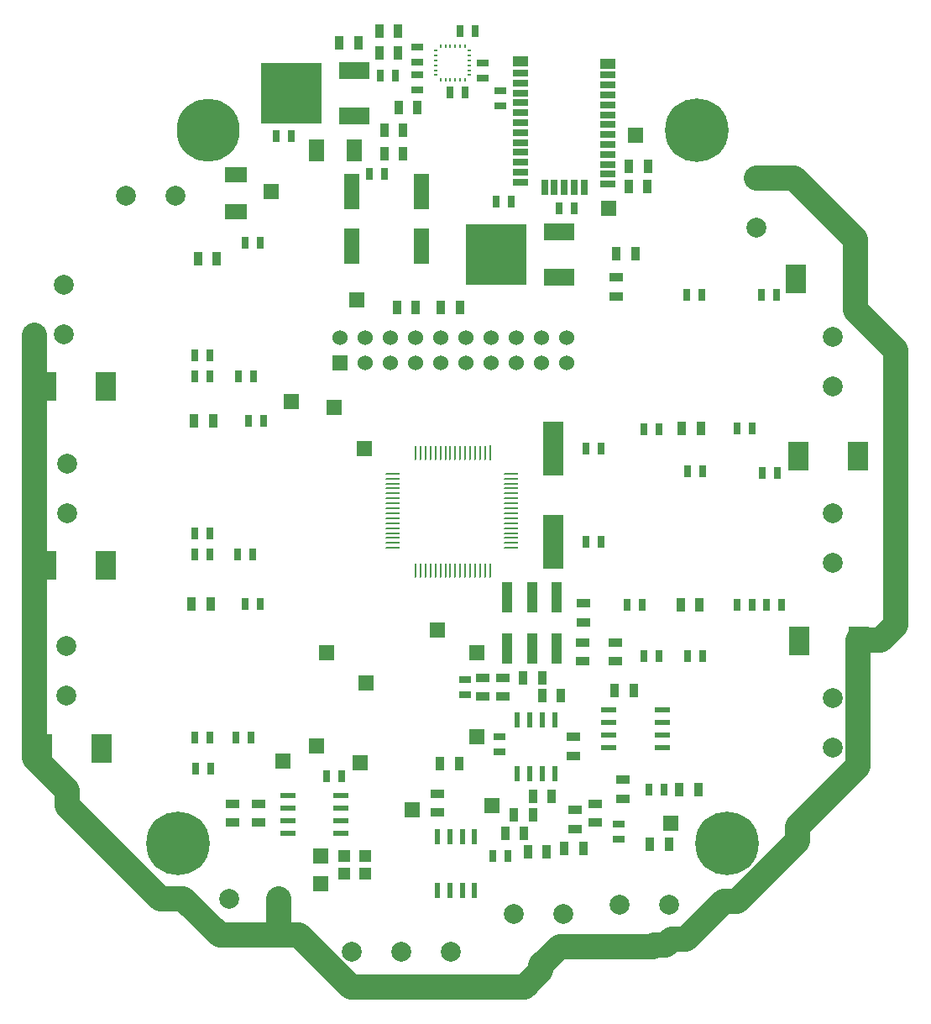
<source format=gts>
G04 (created by PCBNEW (2013-08-23 BZR 4296)-product) date 12/22/2013 7:01:24 PM*
%MOIN*%
G04 Gerber Fmt 3.4, Leading zero omitted, Abs format*
%FSLAX34Y34*%
G01*
G70*
G90*
G04 APERTURE LIST*
%ADD10C,0.005906*%
%ADD11C,0.100000*%
%ADD12C,0.007874*%
%ADD13R,0.025000X0.045000*%
%ADD14R,0.063000X0.141700*%
%ADD15R,0.045000X0.025000*%
%ADD16R,0.063000X0.086600*%
%ADD17R,0.047200X0.047200*%
%ADD18R,0.009800X0.060000*%
%ADD19O,0.009800X0.060000*%
%ADD20O,0.060000X0.009800*%
%ADD21C,0.078740*%
%ADD22R,0.039370X0.122047*%
%ADD23R,0.055000X0.035000*%
%ADD24R,0.035000X0.055000*%
%ADD25R,0.078700X0.118100*%
%ADD26R,0.014961X0.011024*%
%ADD27R,0.011024X0.014961*%
%ADD28R,0.023622X0.062992*%
%ADD29R,0.059055X0.027559*%
%ADD30R,0.059055X0.039370*%
%ADD31R,0.027559X0.059055*%
%ADD32R,0.062992X0.023622*%
%ADD33R,0.078700X0.216500*%
%ADD34R,0.060000X0.060000*%
%ADD35C,0.060000*%
%ADD36R,0.120000X0.065000*%
%ADD37R,0.240000X0.240000*%
%ADD38C,0.252000*%
%ADD39C,0.250000*%
%ADD40R,0.086600X0.063000*%
G04 APERTURE END LIST*
G54D10*
G54D11*
X74450Y-76400D02*
X76450Y-76400D01*
X73700Y-75650D02*
X74450Y-76400D01*
X71600Y-72900D02*
X71600Y-74350D01*
X61900Y-50600D02*
X61900Y-50550D01*
X61900Y-67300D02*
X61900Y-50600D01*
X63200Y-68600D02*
X61900Y-67300D01*
X63200Y-69200D02*
X63200Y-68600D01*
X66900Y-72900D02*
X63200Y-69200D01*
X67800Y-72900D02*
X66900Y-72900D01*
X69250Y-74350D02*
X67800Y-72900D01*
X72400Y-74350D02*
X69250Y-74350D01*
X73800Y-75750D02*
X72400Y-74350D01*
X81350Y-76400D02*
X76150Y-76400D01*
X82000Y-75750D02*
X81350Y-76400D01*
X82000Y-75550D02*
X82000Y-75750D01*
X82750Y-74800D02*
X82000Y-75550D01*
X86450Y-74800D02*
X82750Y-74800D01*
X86500Y-74750D02*
X86450Y-74800D01*
X86950Y-74750D02*
X86500Y-74750D01*
X87200Y-74500D02*
X86950Y-74750D01*
X87750Y-74500D02*
X87200Y-74500D01*
X89250Y-73000D02*
X87750Y-74500D01*
X89800Y-73000D02*
X89250Y-73000D01*
X92200Y-70600D02*
X89800Y-73000D01*
X92200Y-70050D02*
X92200Y-70600D01*
X94600Y-67650D02*
X92200Y-70050D01*
X94600Y-62650D02*
X94600Y-67650D01*
X95500Y-62650D02*
X94600Y-62650D01*
X96100Y-62050D02*
X95500Y-62650D01*
X96100Y-51150D02*
X96100Y-62050D01*
X94500Y-49550D02*
X96100Y-51150D01*
X94500Y-46750D02*
X94500Y-49550D01*
X92050Y-44300D02*
X94500Y-46750D01*
X90550Y-44300D02*
X92050Y-44300D01*
G54D12*
X76050Y-76350D02*
X76050Y-76300D01*
X81500Y-76350D02*
X76050Y-76350D01*
X82050Y-75800D02*
X81500Y-76350D01*
X82050Y-75550D02*
X82050Y-75800D01*
X89300Y-72950D02*
X87750Y-74500D01*
X89850Y-72950D02*
X89300Y-72950D01*
X92200Y-70600D02*
X89850Y-72950D01*
X92200Y-70000D02*
X92200Y-70600D01*
X94600Y-67600D02*
X92200Y-70000D01*
X94600Y-62650D02*
X94600Y-67600D01*
X95450Y-62650D02*
X94600Y-62650D01*
X96100Y-62000D02*
X95450Y-62650D01*
X96100Y-51150D02*
X96100Y-62000D01*
X94450Y-49500D02*
X96100Y-51150D01*
X94450Y-46700D02*
X94450Y-49500D01*
X92100Y-44350D02*
X94450Y-46700D01*
X90550Y-44350D02*
X92100Y-44350D01*
G54D13*
X79400Y-38475D03*
X78800Y-38475D03*
G54D14*
X77250Y-44842D03*
X77250Y-47008D03*
X74500Y-44842D03*
X74500Y-47008D03*
G54D13*
X75175Y-44125D03*
X75775Y-44125D03*
G54D15*
X77100Y-40800D03*
X77100Y-40200D03*
G54D13*
X79000Y-40900D03*
X78400Y-40900D03*
X75625Y-40250D03*
X76225Y-40250D03*
G54D15*
X80350Y-66475D03*
X80350Y-67075D03*
X79700Y-40325D03*
X79700Y-39725D03*
G54D13*
X82725Y-45500D03*
X83325Y-45500D03*
G54D15*
X77100Y-39700D03*
X77100Y-39100D03*
G54D13*
X72100Y-42650D03*
X71500Y-42650D03*
X80225Y-45250D03*
X80825Y-45250D03*
G54D15*
X79000Y-64800D03*
X79000Y-64200D03*
X80375Y-40850D03*
X80375Y-41450D03*
G54D13*
X80700Y-71200D03*
X80100Y-71200D03*
X84400Y-58750D03*
X83800Y-58750D03*
X84400Y-55050D03*
X83800Y-55050D03*
X74075Y-68050D03*
X73475Y-68050D03*
X86700Y-63275D03*
X86100Y-63275D03*
X89775Y-61250D03*
X90375Y-61250D03*
X88425Y-63275D03*
X87825Y-63275D03*
X88425Y-55950D03*
X87825Y-55950D03*
X86900Y-68575D03*
X86300Y-68575D03*
X86025Y-61250D03*
X85425Y-61250D03*
X89775Y-54250D03*
X90375Y-54250D03*
X70000Y-52175D03*
X70600Y-52175D03*
X88375Y-48925D03*
X87775Y-48925D03*
X68250Y-52175D03*
X68850Y-52175D03*
X86700Y-54275D03*
X86100Y-54275D03*
X70250Y-46875D03*
X70850Y-46875D03*
X69950Y-59225D03*
X70550Y-59225D03*
X69900Y-66500D03*
X70500Y-66500D03*
X68250Y-59225D03*
X68850Y-59225D03*
X68250Y-66500D03*
X68850Y-66500D03*
X70400Y-53925D03*
X71000Y-53925D03*
X70250Y-61200D03*
X70850Y-61200D03*
G54D16*
X73077Y-43200D03*
X74573Y-43200D03*
G54D17*
X74187Y-71200D03*
X75013Y-71200D03*
X74187Y-71900D03*
X75013Y-71900D03*
G54D18*
X79976Y-55189D03*
G54D19*
X79779Y-55189D03*
X79582Y-55189D03*
X79385Y-55189D03*
X79188Y-55189D03*
X78992Y-55189D03*
X78795Y-55189D03*
X78598Y-55189D03*
X78401Y-55189D03*
X78204Y-55189D03*
X78007Y-55189D03*
X77811Y-55189D03*
X77614Y-55189D03*
X77417Y-55189D03*
X77220Y-55189D03*
X77023Y-55189D03*
G54D20*
X76125Y-56024D03*
X76125Y-56221D03*
X76125Y-56418D03*
X76125Y-56615D03*
X76125Y-56812D03*
X76125Y-57008D03*
X76125Y-57205D03*
X76125Y-57402D03*
X76125Y-57599D03*
X76125Y-57796D03*
X76125Y-57993D03*
X76125Y-58189D03*
X76125Y-58386D03*
X76125Y-58583D03*
X76125Y-58780D03*
X76125Y-58977D03*
G54D19*
X77023Y-59875D03*
X77220Y-59875D03*
X77417Y-59875D03*
X77614Y-59875D03*
X77811Y-59875D03*
X78007Y-59875D03*
X78204Y-59875D03*
X78401Y-59875D03*
X78598Y-59875D03*
X78795Y-59875D03*
X78992Y-59875D03*
X79188Y-59875D03*
X79385Y-59875D03*
X79582Y-59875D03*
X79779Y-59875D03*
X79976Y-59875D03*
G54D20*
X80811Y-58977D03*
X80811Y-58780D03*
X80811Y-58386D03*
X80818Y-58583D03*
X80811Y-58189D03*
X80811Y-57993D03*
X80811Y-57796D03*
X80811Y-57599D03*
X80811Y-57402D03*
X80811Y-57205D03*
X80811Y-57011D03*
X80811Y-56814D03*
X80811Y-56617D03*
X80811Y-56420D03*
X80811Y-56224D03*
X80811Y-56027D03*
G54D21*
X65515Y-45000D03*
X67484Y-45000D03*
G54D22*
X80665Y-60926D03*
X81650Y-60926D03*
X82634Y-60926D03*
X80665Y-62973D03*
X81650Y-62973D03*
X82634Y-62973D03*
G54D21*
X93600Y-64940D03*
X93600Y-66909D03*
X93600Y-57615D03*
X93600Y-59584D03*
X93600Y-50615D03*
X93600Y-52584D03*
X63050Y-50509D03*
X63050Y-48540D03*
X90550Y-44315D03*
X90550Y-46284D03*
X63200Y-57609D03*
X63200Y-55640D03*
X63150Y-64834D03*
X63150Y-62865D03*
X71584Y-72900D03*
X69615Y-72900D03*
G54D23*
X83650Y-63475D03*
X83650Y-62725D03*
X83350Y-70125D03*
X83350Y-69375D03*
X84950Y-63475D03*
X84950Y-62725D03*
G54D24*
X82425Y-68850D03*
X81675Y-68850D03*
X75775Y-42400D03*
X76525Y-42400D03*
X81675Y-69575D03*
X80925Y-69575D03*
X76525Y-43325D03*
X75775Y-43325D03*
X76350Y-41500D03*
X77100Y-41500D03*
G54D23*
X83275Y-67225D03*
X83275Y-66475D03*
G54D24*
X74000Y-38950D03*
X74750Y-38950D03*
X82800Y-64850D03*
X82050Y-64850D03*
X82050Y-64125D03*
X81300Y-64125D03*
G54D23*
X85000Y-48250D03*
X85000Y-49000D03*
G54D24*
X85750Y-47300D03*
X85000Y-47300D03*
G54D23*
X80500Y-64125D03*
X80500Y-64875D03*
X79675Y-64125D03*
X79675Y-64875D03*
G54D24*
X77025Y-49425D03*
X76275Y-49425D03*
X78025Y-49425D03*
X78775Y-49425D03*
X86250Y-43850D03*
X85500Y-43850D03*
X86225Y-44625D03*
X85475Y-44625D03*
G54D23*
X83700Y-61925D03*
X83700Y-61175D03*
X70800Y-69125D03*
X70800Y-69875D03*
X77875Y-69475D03*
X77875Y-68725D03*
G54D24*
X78750Y-67550D03*
X78000Y-67550D03*
X76325Y-38475D03*
X75575Y-38475D03*
X76325Y-39350D03*
X75575Y-39350D03*
G54D25*
X94606Y-62675D03*
X92244Y-62675D03*
X94581Y-55350D03*
X92219Y-55350D03*
G54D24*
X88250Y-68575D03*
X87500Y-68575D03*
X87550Y-61250D03*
X88300Y-61250D03*
G54D25*
X94481Y-48300D03*
X92119Y-48300D03*
X62369Y-52575D03*
X64731Y-52575D03*
G54D24*
X88350Y-54250D03*
X87600Y-54250D03*
X68375Y-47500D03*
X69125Y-47500D03*
G54D25*
X62369Y-59675D03*
X64731Y-59675D03*
X62194Y-66925D03*
X64556Y-66925D03*
G54D24*
X68225Y-53925D03*
X68975Y-53925D03*
X68125Y-61200D03*
X68875Y-61200D03*
G54D23*
X69750Y-69125D03*
X69750Y-69875D03*
G54D26*
X79169Y-39626D03*
X79169Y-39823D03*
X79169Y-40020D03*
X79169Y-40217D03*
X79169Y-39429D03*
X79169Y-39232D03*
G54D27*
X78598Y-40394D03*
X78401Y-40394D03*
X78204Y-40394D03*
X78007Y-40394D03*
X78795Y-40394D03*
X78992Y-40394D03*
X78598Y-39055D03*
X78401Y-39055D03*
X78795Y-39055D03*
X78992Y-39055D03*
X78204Y-39055D03*
X78007Y-39055D03*
G54D26*
X77830Y-39626D03*
X77830Y-39823D03*
X77830Y-40020D03*
X77830Y-40217D03*
X77830Y-39429D03*
X77830Y-39232D03*
G54D28*
X81061Y-65812D03*
X81061Y-67937D03*
X81553Y-65812D03*
X82046Y-65812D03*
X82538Y-65812D03*
X81553Y-67937D03*
X82046Y-67937D03*
X82538Y-67937D03*
G54D29*
X81192Y-44462D03*
X81192Y-44068D03*
X81192Y-43674D03*
X81192Y-43281D03*
X81192Y-42887D03*
X81192Y-42493D03*
X81192Y-42100D03*
X81192Y-41706D03*
X81192Y-41312D03*
X81192Y-40918D03*
X81192Y-40525D03*
X81192Y-40131D03*
G54D30*
X81192Y-39678D03*
X84657Y-39757D03*
G54D29*
X84657Y-40210D03*
X84657Y-40603D03*
X84657Y-40997D03*
X84657Y-41391D03*
X84657Y-41785D03*
X84657Y-42178D03*
X84657Y-42572D03*
X84657Y-42966D03*
X84657Y-43359D03*
X84657Y-43753D03*
X84657Y-44147D03*
X84657Y-44540D03*
G54D31*
X82925Y-44678D03*
X83318Y-44678D03*
X83712Y-44678D03*
X82531Y-44678D03*
X82137Y-44678D03*
G54D28*
X79363Y-72562D03*
X79363Y-70437D03*
X78871Y-72562D03*
X78378Y-72562D03*
X77886Y-72562D03*
X78871Y-70437D03*
X78378Y-70437D03*
X77886Y-70437D03*
G54D32*
X74062Y-68811D03*
X71937Y-68811D03*
X74062Y-69303D03*
X74062Y-69796D03*
X74062Y-70288D03*
X71937Y-69303D03*
X71937Y-69796D03*
X71937Y-70288D03*
G54D33*
X82475Y-55050D03*
X82475Y-58750D03*
G54D34*
X74025Y-51625D03*
G54D35*
X74025Y-50625D03*
X75025Y-51625D03*
X75025Y-50625D03*
X76025Y-51625D03*
X76025Y-50625D03*
X77025Y-51625D03*
X77025Y-50625D03*
X78025Y-51625D03*
X78025Y-50625D03*
X79025Y-51625D03*
X79025Y-50625D03*
X80025Y-51625D03*
X80025Y-50625D03*
X81025Y-51625D03*
X81025Y-50625D03*
X82025Y-51625D03*
X82025Y-50625D03*
X83025Y-51625D03*
X83025Y-50625D03*
G54D36*
X74575Y-41850D03*
G54D37*
X72075Y-40950D03*
G54D36*
X74575Y-40050D03*
X82725Y-48250D03*
G54D37*
X80225Y-47350D03*
G54D36*
X82725Y-46450D03*
G54D34*
X71275Y-44825D03*
X79450Y-66475D03*
X74825Y-67500D03*
X79450Y-63125D03*
X84675Y-45500D03*
X85750Y-42600D03*
X77900Y-62225D03*
X73500Y-63150D03*
X71750Y-67425D03*
X73075Y-66825D03*
X73250Y-72300D03*
X73250Y-71200D03*
X75050Y-64325D03*
X87150Y-69900D03*
X72100Y-53175D03*
X74975Y-55050D03*
X76900Y-69375D03*
X80050Y-69200D03*
X74700Y-49125D03*
X73775Y-53400D03*
G54D38*
X88200Y-42400D03*
G54D39*
X68800Y-42400D03*
G54D38*
X89400Y-70700D03*
X67600Y-70700D03*
G54D40*
X69900Y-45648D03*
X69900Y-44152D03*
G54D21*
X76450Y-75000D03*
X74481Y-75000D03*
X78418Y-75000D03*
G54D13*
X91550Y-61250D03*
X90950Y-61250D03*
X91400Y-56000D03*
X90800Y-56000D03*
X91350Y-48950D03*
X90750Y-48950D03*
X68250Y-51350D03*
X68850Y-51350D03*
X68300Y-67750D03*
X68900Y-67750D03*
X68250Y-58400D03*
X68850Y-58400D03*
G54D21*
X82884Y-73500D03*
X80915Y-73500D03*
G54D32*
X86812Y-65411D03*
X84687Y-65411D03*
X86812Y-65903D03*
X86812Y-66396D03*
X86812Y-66888D03*
X84687Y-65903D03*
X84687Y-66396D03*
X84687Y-66888D03*
G54D24*
X87075Y-70750D03*
X86325Y-70750D03*
G54D23*
X84150Y-69125D03*
X84150Y-69875D03*
X85250Y-68175D03*
X85250Y-68925D03*
G54D24*
X84925Y-64650D03*
X85675Y-64650D03*
X82925Y-70900D03*
X83675Y-70900D03*
X81475Y-71050D03*
X82225Y-71050D03*
X80575Y-70300D03*
X81325Y-70300D03*
G54D15*
X85100Y-69950D03*
X85100Y-70550D03*
G54D21*
X87084Y-73150D03*
X85115Y-73150D03*
M02*

</source>
